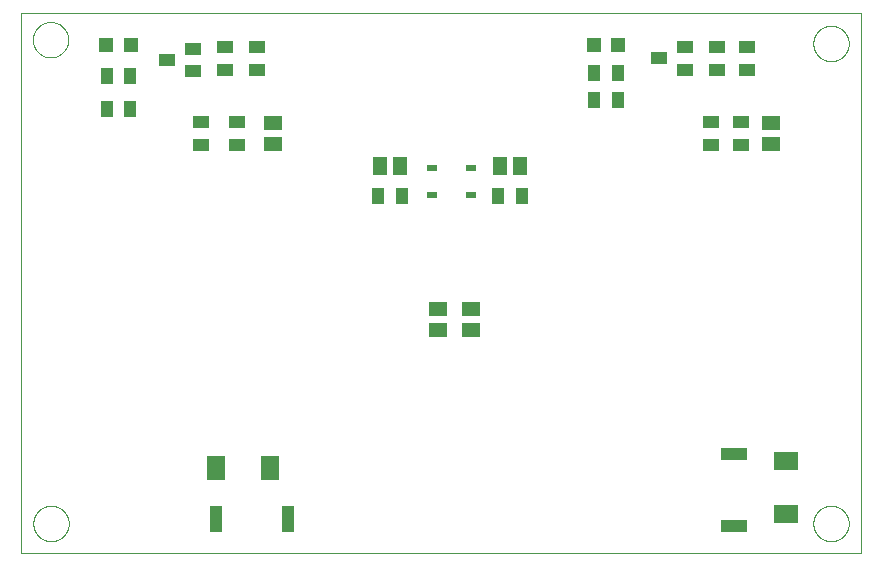
<source format=gtp>
G75*
%MOIN*%
%OFA0B0*%
%FSLAX25Y25*%
%IPPOS*%
%LPD*%
%AMOC8*
5,1,8,0,0,1.08239X$1,22.5*
%
%ADD10C,0.00000*%
%ADD11R,0.05906X0.05118*%
%ADD12R,0.04331X0.05512*%
%ADD13R,0.05512X0.04331*%
%ADD14R,0.04724X0.04724*%
%ADD15R,0.08268X0.06299*%
%ADD16R,0.06299X0.08268*%
%ADD17R,0.05512X0.03937*%
%ADD18R,0.04200X0.08600*%
%ADD19R,0.08600X0.04200*%
%ADD20R,0.05118X0.05906*%
%ADD21R,0.03268X0.02480*%
D10*
X0001000Y0023933D02*
X0001000Y0203933D01*
X0281000Y0203933D01*
X0281000Y0023933D01*
X0001000Y0023933D01*
X0005094Y0033933D02*
X0005096Y0034086D01*
X0005102Y0034240D01*
X0005112Y0034393D01*
X0005126Y0034545D01*
X0005144Y0034698D01*
X0005166Y0034849D01*
X0005191Y0035000D01*
X0005221Y0035151D01*
X0005255Y0035301D01*
X0005292Y0035449D01*
X0005333Y0035597D01*
X0005378Y0035743D01*
X0005427Y0035889D01*
X0005480Y0036033D01*
X0005536Y0036175D01*
X0005596Y0036316D01*
X0005660Y0036456D01*
X0005727Y0036594D01*
X0005798Y0036730D01*
X0005873Y0036864D01*
X0005950Y0036996D01*
X0006032Y0037126D01*
X0006116Y0037254D01*
X0006204Y0037380D01*
X0006295Y0037503D01*
X0006389Y0037624D01*
X0006487Y0037742D01*
X0006587Y0037858D01*
X0006691Y0037971D01*
X0006797Y0038082D01*
X0006906Y0038190D01*
X0007018Y0038295D01*
X0007132Y0038396D01*
X0007250Y0038495D01*
X0007369Y0038591D01*
X0007491Y0038684D01*
X0007616Y0038773D01*
X0007743Y0038860D01*
X0007872Y0038942D01*
X0008003Y0039022D01*
X0008136Y0039098D01*
X0008271Y0039171D01*
X0008408Y0039240D01*
X0008547Y0039305D01*
X0008687Y0039367D01*
X0008829Y0039425D01*
X0008972Y0039480D01*
X0009117Y0039531D01*
X0009263Y0039578D01*
X0009410Y0039621D01*
X0009558Y0039660D01*
X0009707Y0039696D01*
X0009857Y0039727D01*
X0010008Y0039755D01*
X0010159Y0039779D01*
X0010312Y0039799D01*
X0010464Y0039815D01*
X0010617Y0039827D01*
X0010770Y0039835D01*
X0010923Y0039839D01*
X0011077Y0039839D01*
X0011230Y0039835D01*
X0011383Y0039827D01*
X0011536Y0039815D01*
X0011688Y0039799D01*
X0011841Y0039779D01*
X0011992Y0039755D01*
X0012143Y0039727D01*
X0012293Y0039696D01*
X0012442Y0039660D01*
X0012590Y0039621D01*
X0012737Y0039578D01*
X0012883Y0039531D01*
X0013028Y0039480D01*
X0013171Y0039425D01*
X0013313Y0039367D01*
X0013453Y0039305D01*
X0013592Y0039240D01*
X0013729Y0039171D01*
X0013864Y0039098D01*
X0013997Y0039022D01*
X0014128Y0038942D01*
X0014257Y0038860D01*
X0014384Y0038773D01*
X0014509Y0038684D01*
X0014631Y0038591D01*
X0014750Y0038495D01*
X0014868Y0038396D01*
X0014982Y0038295D01*
X0015094Y0038190D01*
X0015203Y0038082D01*
X0015309Y0037971D01*
X0015413Y0037858D01*
X0015513Y0037742D01*
X0015611Y0037624D01*
X0015705Y0037503D01*
X0015796Y0037380D01*
X0015884Y0037254D01*
X0015968Y0037126D01*
X0016050Y0036996D01*
X0016127Y0036864D01*
X0016202Y0036730D01*
X0016273Y0036594D01*
X0016340Y0036456D01*
X0016404Y0036316D01*
X0016464Y0036175D01*
X0016520Y0036033D01*
X0016573Y0035889D01*
X0016622Y0035743D01*
X0016667Y0035597D01*
X0016708Y0035449D01*
X0016745Y0035301D01*
X0016779Y0035151D01*
X0016809Y0035000D01*
X0016834Y0034849D01*
X0016856Y0034698D01*
X0016874Y0034545D01*
X0016888Y0034393D01*
X0016898Y0034240D01*
X0016904Y0034086D01*
X0016906Y0033933D01*
X0016904Y0033780D01*
X0016898Y0033626D01*
X0016888Y0033473D01*
X0016874Y0033321D01*
X0016856Y0033168D01*
X0016834Y0033017D01*
X0016809Y0032866D01*
X0016779Y0032715D01*
X0016745Y0032565D01*
X0016708Y0032417D01*
X0016667Y0032269D01*
X0016622Y0032123D01*
X0016573Y0031977D01*
X0016520Y0031833D01*
X0016464Y0031691D01*
X0016404Y0031550D01*
X0016340Y0031410D01*
X0016273Y0031272D01*
X0016202Y0031136D01*
X0016127Y0031002D01*
X0016050Y0030870D01*
X0015968Y0030740D01*
X0015884Y0030612D01*
X0015796Y0030486D01*
X0015705Y0030363D01*
X0015611Y0030242D01*
X0015513Y0030124D01*
X0015413Y0030008D01*
X0015309Y0029895D01*
X0015203Y0029784D01*
X0015094Y0029676D01*
X0014982Y0029571D01*
X0014868Y0029470D01*
X0014750Y0029371D01*
X0014631Y0029275D01*
X0014509Y0029182D01*
X0014384Y0029093D01*
X0014257Y0029006D01*
X0014128Y0028924D01*
X0013997Y0028844D01*
X0013864Y0028768D01*
X0013729Y0028695D01*
X0013592Y0028626D01*
X0013453Y0028561D01*
X0013313Y0028499D01*
X0013171Y0028441D01*
X0013028Y0028386D01*
X0012883Y0028335D01*
X0012737Y0028288D01*
X0012590Y0028245D01*
X0012442Y0028206D01*
X0012293Y0028170D01*
X0012143Y0028139D01*
X0011992Y0028111D01*
X0011841Y0028087D01*
X0011688Y0028067D01*
X0011536Y0028051D01*
X0011383Y0028039D01*
X0011230Y0028031D01*
X0011077Y0028027D01*
X0010923Y0028027D01*
X0010770Y0028031D01*
X0010617Y0028039D01*
X0010464Y0028051D01*
X0010312Y0028067D01*
X0010159Y0028087D01*
X0010008Y0028111D01*
X0009857Y0028139D01*
X0009707Y0028170D01*
X0009558Y0028206D01*
X0009410Y0028245D01*
X0009263Y0028288D01*
X0009117Y0028335D01*
X0008972Y0028386D01*
X0008829Y0028441D01*
X0008687Y0028499D01*
X0008547Y0028561D01*
X0008408Y0028626D01*
X0008271Y0028695D01*
X0008136Y0028768D01*
X0008003Y0028844D01*
X0007872Y0028924D01*
X0007743Y0029006D01*
X0007616Y0029093D01*
X0007491Y0029182D01*
X0007369Y0029275D01*
X0007250Y0029371D01*
X0007132Y0029470D01*
X0007018Y0029571D01*
X0006906Y0029676D01*
X0006797Y0029784D01*
X0006691Y0029895D01*
X0006587Y0030008D01*
X0006487Y0030124D01*
X0006389Y0030242D01*
X0006295Y0030363D01*
X0006204Y0030486D01*
X0006116Y0030612D01*
X0006032Y0030740D01*
X0005950Y0030870D01*
X0005873Y0031002D01*
X0005798Y0031136D01*
X0005727Y0031272D01*
X0005660Y0031410D01*
X0005596Y0031550D01*
X0005536Y0031691D01*
X0005480Y0031833D01*
X0005427Y0031977D01*
X0005378Y0032123D01*
X0005333Y0032269D01*
X0005292Y0032417D01*
X0005255Y0032565D01*
X0005221Y0032715D01*
X0005191Y0032866D01*
X0005166Y0033017D01*
X0005144Y0033168D01*
X0005126Y0033321D01*
X0005112Y0033473D01*
X0005102Y0033626D01*
X0005096Y0033780D01*
X0005094Y0033933D01*
X0265094Y0033933D02*
X0265096Y0034086D01*
X0265102Y0034240D01*
X0265112Y0034393D01*
X0265126Y0034545D01*
X0265144Y0034698D01*
X0265166Y0034849D01*
X0265191Y0035000D01*
X0265221Y0035151D01*
X0265255Y0035301D01*
X0265292Y0035449D01*
X0265333Y0035597D01*
X0265378Y0035743D01*
X0265427Y0035889D01*
X0265480Y0036033D01*
X0265536Y0036175D01*
X0265596Y0036316D01*
X0265660Y0036456D01*
X0265727Y0036594D01*
X0265798Y0036730D01*
X0265873Y0036864D01*
X0265950Y0036996D01*
X0266032Y0037126D01*
X0266116Y0037254D01*
X0266204Y0037380D01*
X0266295Y0037503D01*
X0266389Y0037624D01*
X0266487Y0037742D01*
X0266587Y0037858D01*
X0266691Y0037971D01*
X0266797Y0038082D01*
X0266906Y0038190D01*
X0267018Y0038295D01*
X0267132Y0038396D01*
X0267250Y0038495D01*
X0267369Y0038591D01*
X0267491Y0038684D01*
X0267616Y0038773D01*
X0267743Y0038860D01*
X0267872Y0038942D01*
X0268003Y0039022D01*
X0268136Y0039098D01*
X0268271Y0039171D01*
X0268408Y0039240D01*
X0268547Y0039305D01*
X0268687Y0039367D01*
X0268829Y0039425D01*
X0268972Y0039480D01*
X0269117Y0039531D01*
X0269263Y0039578D01*
X0269410Y0039621D01*
X0269558Y0039660D01*
X0269707Y0039696D01*
X0269857Y0039727D01*
X0270008Y0039755D01*
X0270159Y0039779D01*
X0270312Y0039799D01*
X0270464Y0039815D01*
X0270617Y0039827D01*
X0270770Y0039835D01*
X0270923Y0039839D01*
X0271077Y0039839D01*
X0271230Y0039835D01*
X0271383Y0039827D01*
X0271536Y0039815D01*
X0271688Y0039799D01*
X0271841Y0039779D01*
X0271992Y0039755D01*
X0272143Y0039727D01*
X0272293Y0039696D01*
X0272442Y0039660D01*
X0272590Y0039621D01*
X0272737Y0039578D01*
X0272883Y0039531D01*
X0273028Y0039480D01*
X0273171Y0039425D01*
X0273313Y0039367D01*
X0273453Y0039305D01*
X0273592Y0039240D01*
X0273729Y0039171D01*
X0273864Y0039098D01*
X0273997Y0039022D01*
X0274128Y0038942D01*
X0274257Y0038860D01*
X0274384Y0038773D01*
X0274509Y0038684D01*
X0274631Y0038591D01*
X0274750Y0038495D01*
X0274868Y0038396D01*
X0274982Y0038295D01*
X0275094Y0038190D01*
X0275203Y0038082D01*
X0275309Y0037971D01*
X0275413Y0037858D01*
X0275513Y0037742D01*
X0275611Y0037624D01*
X0275705Y0037503D01*
X0275796Y0037380D01*
X0275884Y0037254D01*
X0275968Y0037126D01*
X0276050Y0036996D01*
X0276127Y0036864D01*
X0276202Y0036730D01*
X0276273Y0036594D01*
X0276340Y0036456D01*
X0276404Y0036316D01*
X0276464Y0036175D01*
X0276520Y0036033D01*
X0276573Y0035889D01*
X0276622Y0035743D01*
X0276667Y0035597D01*
X0276708Y0035449D01*
X0276745Y0035301D01*
X0276779Y0035151D01*
X0276809Y0035000D01*
X0276834Y0034849D01*
X0276856Y0034698D01*
X0276874Y0034545D01*
X0276888Y0034393D01*
X0276898Y0034240D01*
X0276904Y0034086D01*
X0276906Y0033933D01*
X0276904Y0033780D01*
X0276898Y0033626D01*
X0276888Y0033473D01*
X0276874Y0033321D01*
X0276856Y0033168D01*
X0276834Y0033017D01*
X0276809Y0032866D01*
X0276779Y0032715D01*
X0276745Y0032565D01*
X0276708Y0032417D01*
X0276667Y0032269D01*
X0276622Y0032123D01*
X0276573Y0031977D01*
X0276520Y0031833D01*
X0276464Y0031691D01*
X0276404Y0031550D01*
X0276340Y0031410D01*
X0276273Y0031272D01*
X0276202Y0031136D01*
X0276127Y0031002D01*
X0276050Y0030870D01*
X0275968Y0030740D01*
X0275884Y0030612D01*
X0275796Y0030486D01*
X0275705Y0030363D01*
X0275611Y0030242D01*
X0275513Y0030124D01*
X0275413Y0030008D01*
X0275309Y0029895D01*
X0275203Y0029784D01*
X0275094Y0029676D01*
X0274982Y0029571D01*
X0274868Y0029470D01*
X0274750Y0029371D01*
X0274631Y0029275D01*
X0274509Y0029182D01*
X0274384Y0029093D01*
X0274257Y0029006D01*
X0274128Y0028924D01*
X0273997Y0028844D01*
X0273864Y0028768D01*
X0273729Y0028695D01*
X0273592Y0028626D01*
X0273453Y0028561D01*
X0273313Y0028499D01*
X0273171Y0028441D01*
X0273028Y0028386D01*
X0272883Y0028335D01*
X0272737Y0028288D01*
X0272590Y0028245D01*
X0272442Y0028206D01*
X0272293Y0028170D01*
X0272143Y0028139D01*
X0271992Y0028111D01*
X0271841Y0028087D01*
X0271688Y0028067D01*
X0271536Y0028051D01*
X0271383Y0028039D01*
X0271230Y0028031D01*
X0271077Y0028027D01*
X0270923Y0028027D01*
X0270770Y0028031D01*
X0270617Y0028039D01*
X0270464Y0028051D01*
X0270312Y0028067D01*
X0270159Y0028087D01*
X0270008Y0028111D01*
X0269857Y0028139D01*
X0269707Y0028170D01*
X0269558Y0028206D01*
X0269410Y0028245D01*
X0269263Y0028288D01*
X0269117Y0028335D01*
X0268972Y0028386D01*
X0268829Y0028441D01*
X0268687Y0028499D01*
X0268547Y0028561D01*
X0268408Y0028626D01*
X0268271Y0028695D01*
X0268136Y0028768D01*
X0268003Y0028844D01*
X0267872Y0028924D01*
X0267743Y0029006D01*
X0267616Y0029093D01*
X0267491Y0029182D01*
X0267369Y0029275D01*
X0267250Y0029371D01*
X0267132Y0029470D01*
X0267018Y0029571D01*
X0266906Y0029676D01*
X0266797Y0029784D01*
X0266691Y0029895D01*
X0266587Y0030008D01*
X0266487Y0030124D01*
X0266389Y0030242D01*
X0266295Y0030363D01*
X0266204Y0030486D01*
X0266116Y0030612D01*
X0266032Y0030740D01*
X0265950Y0030870D01*
X0265873Y0031002D01*
X0265798Y0031136D01*
X0265727Y0031272D01*
X0265660Y0031410D01*
X0265596Y0031550D01*
X0265536Y0031691D01*
X0265480Y0031833D01*
X0265427Y0031977D01*
X0265378Y0032123D01*
X0265333Y0032269D01*
X0265292Y0032417D01*
X0265255Y0032565D01*
X0265221Y0032715D01*
X0265191Y0032866D01*
X0265166Y0033017D01*
X0265144Y0033168D01*
X0265126Y0033321D01*
X0265112Y0033473D01*
X0265102Y0033626D01*
X0265096Y0033780D01*
X0265094Y0033933D01*
X0265094Y0193933D02*
X0265096Y0194086D01*
X0265102Y0194240D01*
X0265112Y0194393D01*
X0265126Y0194545D01*
X0265144Y0194698D01*
X0265166Y0194849D01*
X0265191Y0195000D01*
X0265221Y0195151D01*
X0265255Y0195301D01*
X0265292Y0195449D01*
X0265333Y0195597D01*
X0265378Y0195743D01*
X0265427Y0195889D01*
X0265480Y0196033D01*
X0265536Y0196175D01*
X0265596Y0196316D01*
X0265660Y0196456D01*
X0265727Y0196594D01*
X0265798Y0196730D01*
X0265873Y0196864D01*
X0265950Y0196996D01*
X0266032Y0197126D01*
X0266116Y0197254D01*
X0266204Y0197380D01*
X0266295Y0197503D01*
X0266389Y0197624D01*
X0266487Y0197742D01*
X0266587Y0197858D01*
X0266691Y0197971D01*
X0266797Y0198082D01*
X0266906Y0198190D01*
X0267018Y0198295D01*
X0267132Y0198396D01*
X0267250Y0198495D01*
X0267369Y0198591D01*
X0267491Y0198684D01*
X0267616Y0198773D01*
X0267743Y0198860D01*
X0267872Y0198942D01*
X0268003Y0199022D01*
X0268136Y0199098D01*
X0268271Y0199171D01*
X0268408Y0199240D01*
X0268547Y0199305D01*
X0268687Y0199367D01*
X0268829Y0199425D01*
X0268972Y0199480D01*
X0269117Y0199531D01*
X0269263Y0199578D01*
X0269410Y0199621D01*
X0269558Y0199660D01*
X0269707Y0199696D01*
X0269857Y0199727D01*
X0270008Y0199755D01*
X0270159Y0199779D01*
X0270312Y0199799D01*
X0270464Y0199815D01*
X0270617Y0199827D01*
X0270770Y0199835D01*
X0270923Y0199839D01*
X0271077Y0199839D01*
X0271230Y0199835D01*
X0271383Y0199827D01*
X0271536Y0199815D01*
X0271688Y0199799D01*
X0271841Y0199779D01*
X0271992Y0199755D01*
X0272143Y0199727D01*
X0272293Y0199696D01*
X0272442Y0199660D01*
X0272590Y0199621D01*
X0272737Y0199578D01*
X0272883Y0199531D01*
X0273028Y0199480D01*
X0273171Y0199425D01*
X0273313Y0199367D01*
X0273453Y0199305D01*
X0273592Y0199240D01*
X0273729Y0199171D01*
X0273864Y0199098D01*
X0273997Y0199022D01*
X0274128Y0198942D01*
X0274257Y0198860D01*
X0274384Y0198773D01*
X0274509Y0198684D01*
X0274631Y0198591D01*
X0274750Y0198495D01*
X0274868Y0198396D01*
X0274982Y0198295D01*
X0275094Y0198190D01*
X0275203Y0198082D01*
X0275309Y0197971D01*
X0275413Y0197858D01*
X0275513Y0197742D01*
X0275611Y0197624D01*
X0275705Y0197503D01*
X0275796Y0197380D01*
X0275884Y0197254D01*
X0275968Y0197126D01*
X0276050Y0196996D01*
X0276127Y0196864D01*
X0276202Y0196730D01*
X0276273Y0196594D01*
X0276340Y0196456D01*
X0276404Y0196316D01*
X0276464Y0196175D01*
X0276520Y0196033D01*
X0276573Y0195889D01*
X0276622Y0195743D01*
X0276667Y0195597D01*
X0276708Y0195449D01*
X0276745Y0195301D01*
X0276779Y0195151D01*
X0276809Y0195000D01*
X0276834Y0194849D01*
X0276856Y0194698D01*
X0276874Y0194545D01*
X0276888Y0194393D01*
X0276898Y0194240D01*
X0276904Y0194086D01*
X0276906Y0193933D01*
X0276904Y0193780D01*
X0276898Y0193626D01*
X0276888Y0193473D01*
X0276874Y0193321D01*
X0276856Y0193168D01*
X0276834Y0193017D01*
X0276809Y0192866D01*
X0276779Y0192715D01*
X0276745Y0192565D01*
X0276708Y0192417D01*
X0276667Y0192269D01*
X0276622Y0192123D01*
X0276573Y0191977D01*
X0276520Y0191833D01*
X0276464Y0191691D01*
X0276404Y0191550D01*
X0276340Y0191410D01*
X0276273Y0191272D01*
X0276202Y0191136D01*
X0276127Y0191002D01*
X0276050Y0190870D01*
X0275968Y0190740D01*
X0275884Y0190612D01*
X0275796Y0190486D01*
X0275705Y0190363D01*
X0275611Y0190242D01*
X0275513Y0190124D01*
X0275413Y0190008D01*
X0275309Y0189895D01*
X0275203Y0189784D01*
X0275094Y0189676D01*
X0274982Y0189571D01*
X0274868Y0189470D01*
X0274750Y0189371D01*
X0274631Y0189275D01*
X0274509Y0189182D01*
X0274384Y0189093D01*
X0274257Y0189006D01*
X0274128Y0188924D01*
X0273997Y0188844D01*
X0273864Y0188768D01*
X0273729Y0188695D01*
X0273592Y0188626D01*
X0273453Y0188561D01*
X0273313Y0188499D01*
X0273171Y0188441D01*
X0273028Y0188386D01*
X0272883Y0188335D01*
X0272737Y0188288D01*
X0272590Y0188245D01*
X0272442Y0188206D01*
X0272293Y0188170D01*
X0272143Y0188139D01*
X0271992Y0188111D01*
X0271841Y0188087D01*
X0271688Y0188067D01*
X0271536Y0188051D01*
X0271383Y0188039D01*
X0271230Y0188031D01*
X0271077Y0188027D01*
X0270923Y0188027D01*
X0270770Y0188031D01*
X0270617Y0188039D01*
X0270464Y0188051D01*
X0270312Y0188067D01*
X0270159Y0188087D01*
X0270008Y0188111D01*
X0269857Y0188139D01*
X0269707Y0188170D01*
X0269558Y0188206D01*
X0269410Y0188245D01*
X0269263Y0188288D01*
X0269117Y0188335D01*
X0268972Y0188386D01*
X0268829Y0188441D01*
X0268687Y0188499D01*
X0268547Y0188561D01*
X0268408Y0188626D01*
X0268271Y0188695D01*
X0268136Y0188768D01*
X0268003Y0188844D01*
X0267872Y0188924D01*
X0267743Y0189006D01*
X0267616Y0189093D01*
X0267491Y0189182D01*
X0267369Y0189275D01*
X0267250Y0189371D01*
X0267132Y0189470D01*
X0267018Y0189571D01*
X0266906Y0189676D01*
X0266797Y0189784D01*
X0266691Y0189895D01*
X0266587Y0190008D01*
X0266487Y0190124D01*
X0266389Y0190242D01*
X0266295Y0190363D01*
X0266204Y0190486D01*
X0266116Y0190612D01*
X0266032Y0190740D01*
X0265950Y0190870D01*
X0265873Y0191002D01*
X0265798Y0191136D01*
X0265727Y0191272D01*
X0265660Y0191410D01*
X0265596Y0191550D01*
X0265536Y0191691D01*
X0265480Y0191833D01*
X0265427Y0191977D01*
X0265378Y0192123D01*
X0265333Y0192269D01*
X0265292Y0192417D01*
X0265255Y0192565D01*
X0265221Y0192715D01*
X0265191Y0192866D01*
X0265166Y0193017D01*
X0265144Y0193168D01*
X0265126Y0193321D01*
X0265112Y0193473D01*
X0265102Y0193626D01*
X0265096Y0193780D01*
X0265094Y0193933D01*
X0004937Y0195193D02*
X0004939Y0195346D01*
X0004945Y0195500D01*
X0004955Y0195653D01*
X0004969Y0195805D01*
X0004987Y0195958D01*
X0005009Y0196109D01*
X0005034Y0196260D01*
X0005064Y0196411D01*
X0005098Y0196561D01*
X0005135Y0196709D01*
X0005176Y0196857D01*
X0005221Y0197003D01*
X0005270Y0197149D01*
X0005323Y0197293D01*
X0005379Y0197435D01*
X0005439Y0197576D01*
X0005503Y0197716D01*
X0005570Y0197854D01*
X0005641Y0197990D01*
X0005716Y0198124D01*
X0005793Y0198256D01*
X0005875Y0198386D01*
X0005959Y0198514D01*
X0006047Y0198640D01*
X0006138Y0198763D01*
X0006232Y0198884D01*
X0006330Y0199002D01*
X0006430Y0199118D01*
X0006534Y0199231D01*
X0006640Y0199342D01*
X0006749Y0199450D01*
X0006861Y0199555D01*
X0006975Y0199656D01*
X0007093Y0199755D01*
X0007212Y0199851D01*
X0007334Y0199944D01*
X0007459Y0200033D01*
X0007586Y0200120D01*
X0007715Y0200202D01*
X0007846Y0200282D01*
X0007979Y0200358D01*
X0008114Y0200431D01*
X0008251Y0200500D01*
X0008390Y0200565D01*
X0008530Y0200627D01*
X0008672Y0200685D01*
X0008815Y0200740D01*
X0008960Y0200791D01*
X0009106Y0200838D01*
X0009253Y0200881D01*
X0009401Y0200920D01*
X0009550Y0200956D01*
X0009700Y0200987D01*
X0009851Y0201015D01*
X0010002Y0201039D01*
X0010155Y0201059D01*
X0010307Y0201075D01*
X0010460Y0201087D01*
X0010613Y0201095D01*
X0010766Y0201099D01*
X0010920Y0201099D01*
X0011073Y0201095D01*
X0011226Y0201087D01*
X0011379Y0201075D01*
X0011531Y0201059D01*
X0011684Y0201039D01*
X0011835Y0201015D01*
X0011986Y0200987D01*
X0012136Y0200956D01*
X0012285Y0200920D01*
X0012433Y0200881D01*
X0012580Y0200838D01*
X0012726Y0200791D01*
X0012871Y0200740D01*
X0013014Y0200685D01*
X0013156Y0200627D01*
X0013296Y0200565D01*
X0013435Y0200500D01*
X0013572Y0200431D01*
X0013707Y0200358D01*
X0013840Y0200282D01*
X0013971Y0200202D01*
X0014100Y0200120D01*
X0014227Y0200033D01*
X0014352Y0199944D01*
X0014474Y0199851D01*
X0014593Y0199755D01*
X0014711Y0199656D01*
X0014825Y0199555D01*
X0014937Y0199450D01*
X0015046Y0199342D01*
X0015152Y0199231D01*
X0015256Y0199118D01*
X0015356Y0199002D01*
X0015454Y0198884D01*
X0015548Y0198763D01*
X0015639Y0198640D01*
X0015727Y0198514D01*
X0015811Y0198386D01*
X0015893Y0198256D01*
X0015970Y0198124D01*
X0016045Y0197990D01*
X0016116Y0197854D01*
X0016183Y0197716D01*
X0016247Y0197576D01*
X0016307Y0197435D01*
X0016363Y0197293D01*
X0016416Y0197149D01*
X0016465Y0197003D01*
X0016510Y0196857D01*
X0016551Y0196709D01*
X0016588Y0196561D01*
X0016622Y0196411D01*
X0016652Y0196260D01*
X0016677Y0196109D01*
X0016699Y0195958D01*
X0016717Y0195805D01*
X0016731Y0195653D01*
X0016741Y0195500D01*
X0016747Y0195346D01*
X0016749Y0195193D01*
X0016747Y0195040D01*
X0016741Y0194886D01*
X0016731Y0194733D01*
X0016717Y0194581D01*
X0016699Y0194428D01*
X0016677Y0194277D01*
X0016652Y0194126D01*
X0016622Y0193975D01*
X0016588Y0193825D01*
X0016551Y0193677D01*
X0016510Y0193529D01*
X0016465Y0193383D01*
X0016416Y0193237D01*
X0016363Y0193093D01*
X0016307Y0192951D01*
X0016247Y0192810D01*
X0016183Y0192670D01*
X0016116Y0192532D01*
X0016045Y0192396D01*
X0015970Y0192262D01*
X0015893Y0192130D01*
X0015811Y0192000D01*
X0015727Y0191872D01*
X0015639Y0191746D01*
X0015548Y0191623D01*
X0015454Y0191502D01*
X0015356Y0191384D01*
X0015256Y0191268D01*
X0015152Y0191155D01*
X0015046Y0191044D01*
X0014937Y0190936D01*
X0014825Y0190831D01*
X0014711Y0190730D01*
X0014593Y0190631D01*
X0014474Y0190535D01*
X0014352Y0190442D01*
X0014227Y0190353D01*
X0014100Y0190266D01*
X0013971Y0190184D01*
X0013840Y0190104D01*
X0013707Y0190028D01*
X0013572Y0189955D01*
X0013435Y0189886D01*
X0013296Y0189821D01*
X0013156Y0189759D01*
X0013014Y0189701D01*
X0012871Y0189646D01*
X0012726Y0189595D01*
X0012580Y0189548D01*
X0012433Y0189505D01*
X0012285Y0189466D01*
X0012136Y0189430D01*
X0011986Y0189399D01*
X0011835Y0189371D01*
X0011684Y0189347D01*
X0011531Y0189327D01*
X0011379Y0189311D01*
X0011226Y0189299D01*
X0011073Y0189291D01*
X0010920Y0189287D01*
X0010766Y0189287D01*
X0010613Y0189291D01*
X0010460Y0189299D01*
X0010307Y0189311D01*
X0010155Y0189327D01*
X0010002Y0189347D01*
X0009851Y0189371D01*
X0009700Y0189399D01*
X0009550Y0189430D01*
X0009401Y0189466D01*
X0009253Y0189505D01*
X0009106Y0189548D01*
X0008960Y0189595D01*
X0008815Y0189646D01*
X0008672Y0189701D01*
X0008530Y0189759D01*
X0008390Y0189821D01*
X0008251Y0189886D01*
X0008114Y0189955D01*
X0007979Y0190028D01*
X0007846Y0190104D01*
X0007715Y0190184D01*
X0007586Y0190266D01*
X0007459Y0190353D01*
X0007334Y0190442D01*
X0007212Y0190535D01*
X0007093Y0190631D01*
X0006975Y0190730D01*
X0006861Y0190831D01*
X0006749Y0190936D01*
X0006640Y0191044D01*
X0006534Y0191155D01*
X0006430Y0191268D01*
X0006330Y0191384D01*
X0006232Y0191502D01*
X0006138Y0191623D01*
X0006047Y0191746D01*
X0005959Y0191872D01*
X0005875Y0192000D01*
X0005793Y0192130D01*
X0005716Y0192262D01*
X0005641Y0192396D01*
X0005570Y0192532D01*
X0005503Y0192670D01*
X0005439Y0192810D01*
X0005379Y0192951D01*
X0005323Y0193093D01*
X0005270Y0193237D01*
X0005221Y0193383D01*
X0005176Y0193529D01*
X0005135Y0193677D01*
X0005098Y0193825D01*
X0005064Y0193975D01*
X0005034Y0194126D01*
X0005009Y0194277D01*
X0004987Y0194428D01*
X0004969Y0194581D01*
X0004955Y0194733D01*
X0004945Y0194886D01*
X0004939Y0195040D01*
X0004937Y0195193D01*
D11*
X0085000Y0167280D03*
X0085000Y0160587D03*
X0140000Y0105280D03*
X0151000Y0105280D03*
X0151000Y0098587D03*
X0140000Y0098587D03*
X0251000Y0160587D03*
X0251000Y0167280D03*
D12*
X0199937Y0174933D03*
X0192063Y0174933D03*
X0192063Y0183933D03*
X0199937Y0183933D03*
X0167937Y0142933D03*
X0160063Y0142933D03*
X0127937Y0142933D03*
X0120063Y0142933D03*
X0037437Y0171933D03*
X0029563Y0171933D03*
X0029563Y0182933D03*
X0037437Y0182933D03*
D13*
X0061000Y0167870D03*
X0073000Y0167870D03*
X0073000Y0159996D03*
X0061000Y0159996D03*
X0069000Y0184996D03*
X0079500Y0184996D03*
X0079500Y0192870D03*
X0069000Y0192870D03*
X0231000Y0167870D03*
X0241000Y0167870D03*
X0241000Y0159996D03*
X0231000Y0159996D03*
X0233000Y0184996D03*
X0243000Y0184996D03*
X0243000Y0192870D03*
X0233000Y0192870D03*
D14*
X0200134Y0193433D03*
X0191866Y0193433D03*
X0037634Y0193433D03*
X0029366Y0193433D03*
D15*
X0256000Y0054791D03*
X0256000Y0037075D03*
D16*
X0083858Y0052433D03*
X0066142Y0052433D03*
D17*
X0058331Y0184693D03*
X0049669Y0188433D03*
X0058331Y0192173D03*
X0213669Y0188933D03*
X0222331Y0185193D03*
X0222331Y0192673D03*
D18*
X0090000Y0035421D03*
X0066000Y0035421D03*
D19*
X0238512Y0032933D03*
X0238512Y0056933D03*
D20*
X0167346Y0152933D03*
X0160654Y0152933D03*
X0127346Y0152933D03*
X0120654Y0152933D03*
D21*
X0138000Y0152461D03*
X0151000Y0152461D03*
X0151000Y0143406D03*
X0138000Y0143406D03*
M02*

</source>
